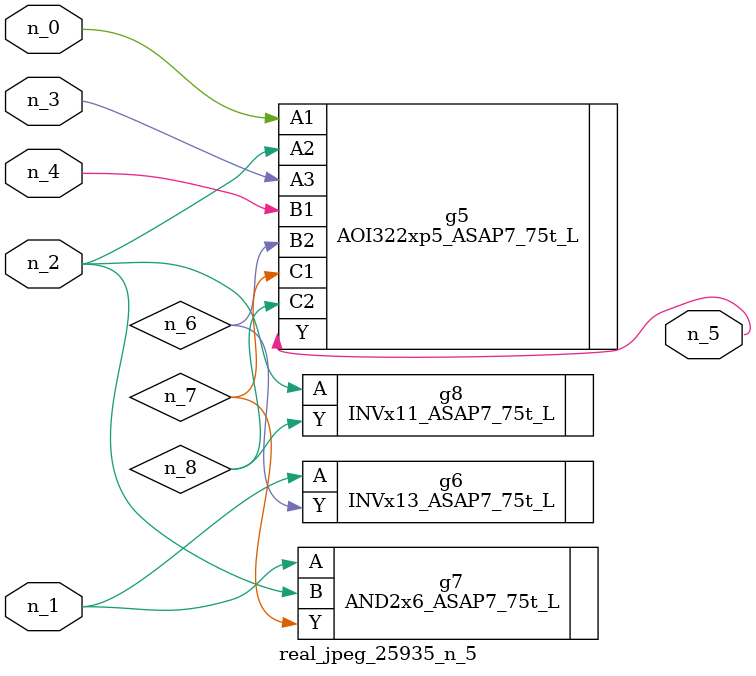
<source format=v>
module real_jpeg_25935_n_5 (n_4, n_0, n_1, n_2, n_3, n_5);

input n_4;
input n_0;
input n_1;
input n_2;
input n_3;

output n_5;

wire n_8;
wire n_6;
wire n_7;

AOI322xp5_ASAP7_75t_L g5 ( 
.A1(n_0),
.A2(n_2),
.A3(n_3),
.B1(n_4),
.B2(n_6),
.C1(n_7),
.C2(n_8),
.Y(n_5)
);

INVx13_ASAP7_75t_L g6 ( 
.A(n_1),
.Y(n_6)
);

AND2x6_ASAP7_75t_L g7 ( 
.A(n_1),
.B(n_2),
.Y(n_7)
);

INVx11_ASAP7_75t_L g8 ( 
.A(n_2),
.Y(n_8)
);


endmodule
</source>
